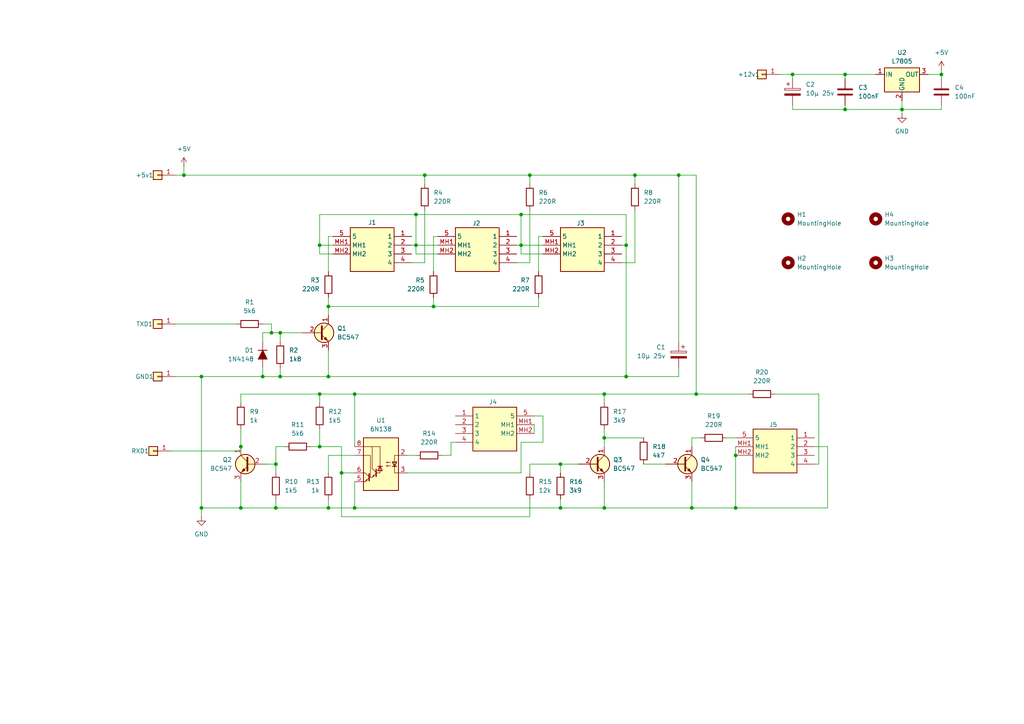
<source format=kicad_sch>
(kicad_sch (version 20250114) (generator "eeschema") (generator_version "9.0")
  (paper "A4")
  (lib_symbols
    (symbol "Connector_Generic:Conn_01x01" (pin_names (offset 1.016) (hide yes))
      (property "Reference" "J" (at 0 2.54 0))
      (property "Value" "Conn_01x01" (at 0 -2.54 0))
      (symbol "Conn_01x01_1_1"
        (rectangle (start -1.27 1.27) (end 1.27 -1.27) (stroke (width 0.254)) (fill (type background)))
        (rectangle (start -1.27 0.127) (end 0 -0.127) (stroke (width 0.1524)))
        (pin passive line (at -5.08 0 0) (length 3.81) (name "Pin_1") (number "1"))
      )
    )
    (symbol "Device:C" (pin_numbers (hide yes)) (pin_names (offset 0.254))
      (property "Reference" "C" (at 0.635 2.54 0))
      (property "Value" "C" (at 0.635 -2.54 0))
      (symbol "C_0_1"
        (polyline (pts (xy -2.032 0.762) (xy 2.032 0.762)) (stroke (width 0.508)))
        (polyline (pts (xy -2.032 -0.762) (xy 2.032 -0.762)) (stroke (width 0.508)))
      )
      (symbol "C_1_1"
        (pin passive line (at 0 3.81 270) (length 2.794) (name "~") (number "1"))
        (pin passive line (at 0 -3.81 90) (length 2.794) (name "~") (number "2"))
      )
    )
    (symbol "Device:C_Polarized" (pin_numbers (hide yes)) (pin_names (offset 0.254))
      (property "Reference" "C" (at 0.635 2.54 0))
      (property "Value" "C_Polarized" (at 0.635 -2.54 0))
      (symbol "C_Polarized_0_1"
        (rectangle (start -2.286 0.508) (end 2.286 1.016))
        (polyline (pts (xy -1.778 2.286) (xy -0.762 2.286)))
        (polyline (pts (xy -1.27 2.794) (xy -1.27 1.778)))
        (rectangle (start 2.286 -0.508) (end -2.286 -1.016) (fill (type outline)))
      )
      (symbol "C_Polarized_1_1"
        (pin passive line (at 0 3.81 270) (length 2.794) (name "~") (number "1"))
        (pin passive line (at 0 -3.81 90) (length 2.794) (name "~") (number "2"))
      )
    )
    (symbol "Device:R" (pin_numbers (hide yes)) (pin_names (offset 0))
      (property "Reference" "R" (at 2.032 0 90))
      (property "Value" "R" (at 0 0 90))
      (symbol "R_0_1"
        (rectangle (start -1.016 -2.54) (end 1.016 2.54) (stroke (width 0.254)))
      )
      (symbol "R_1_1"
        (pin passive line (at 0 3.81 270) (length 1.27) (name "~") (number "1"))
        (pin passive line (at 0 -3.81 90) (length 1.27) (name "~") (number "2"))
      )
    )
    (symbol "Isolator:6N138" (pin_names (offset 1.016) (hide yes))
      (property "Reference" "U" (at -4.064 8.89 0))
      (property "Value" "6N138" (at 2.286 8.89 0))
      (symbol "6N138_0_1"
        (rectangle (start -5.08 7.62) (end 5.08 -7.62) (stroke (width 0.254)) (fill (type background)))
        (polyline (pts (xy -5.08 -2.54) (xy -3.937 -2.54) (xy -3.937 2.54) (xy -5.08 2.54)))
        (polyline (pts (xy -4.572 -0.635) (xy -3.302 -0.635)) (stroke (width 0.254)))
        (polyline (pts (xy -3.937 -0.635) (xy -4.572 0.635) (xy -3.302 0.635) (xy -3.937 -0.635)) (stroke (width 0.254)))
        (polyline (pts (xy -2.794 0.508) (xy -1.524 0.508) (xy -1.905 0.381) (xy -1.905 0.635) (xy -1.524 0.508)))
        (polyline (pts (xy -2.794 -0.508) (xy -1.524 -0.508) (xy -1.905 -0.635) (xy -1.905 -0.381) (xy -1.524 -0.508)))
        (polyline (pts (xy 0.254 -0.635) (xy 0.889 -1.905) (xy -0.381 -1.905) (xy 0.254 -0.635)) (stroke (width 0.254)))
        (polyline (pts (xy 0.889 -0.635) (xy -0.381 -0.635)) (stroke (width 0.254)))
        (polyline (pts (xy 1.27 -2.54) (xy 0.254 -2.54) (xy 0.254 5.08) (xy 2.54 5.08)))
        (polyline (pts (xy 1.397 -1.524) (xy 1.397 -3.556) (xy 1.397 -3.556)) (stroke (width 0.3556)))
        (polyline (pts (xy 1.397 -2.413) (xy 2.54 -1.27)))
        (polyline (pts (xy 1.397 -2.667) (xy 2.54 -3.81)))
        (polyline (pts (xy 2.413 -3.683) (xy 2.159 -3.175) (xy 1.905 -3.429) (xy 2.413 -3.683)))
        (polyline (pts (xy 2.54 -1.27) (xy 2.54 5.08) (xy 5.08 5.08)))
        (polyline (pts (xy 2.54 -3.81) (xy 3.175 -3.81)))
        (polyline (pts (xy 3.429 -2.794) (xy 3.429 -4.826) (xy 3.429 -4.826)) (stroke (width 0.3556)))
        (polyline (pts (xy 3.429 -3.683) (xy 4.572 -2.54)))
        (polyline (pts (xy 3.429 -3.937) (xy 4.572 -5.08)))
        (polyline (pts (xy 4.445 -4.953) (xy 4.191 -4.445) (xy 3.937 -4.699) (xy 4.445 -4.953)))
        (polyline (pts (xy 4.572 -2.54) (xy 5.08 -2.54)))
        (polyline (pts (xy 4.572 -5.08) (xy 5.08 -5.08)))
        (polyline (pts (xy 5.08 2.54) (xy 3.048 2.54) (xy 3.048 -3.81)))
      )
      (symbol "6N138_1_1"
        (pin passive line (at -7.62 2.54 0) (length 2.54) (name "C1") (number "2"))
        (pin passive line (at -7.62 -2.54 0) (length 2.54) (name "C2") (number "3"))
        (pin no_connect line (at -5.08 5.08 0) (length 2.54) (hide yes) (name "NC") (number "1"))
        (pin no_connect line (at -5.08 -5.08 0) (length 2.54) (hide yes) (name "NC") (number "4"))
        (pin passive line (at 7.62 5.08 180) (length 2.54) (name "VCC") (number "8"))
        (pin passive line (at 7.62 2.54 180) (length 2.54) (name "VO1") (number "7"))
        (pin passive line (at 7.62 -2.54 180) (length 2.54) (name "VO2") (number "6"))
        (pin passive line (at 7.62 -5.08 180) (length 2.54) (name "GND") (number "5"))
      )
    )
    (symbol "KCDX-5S-N:KCDX-5S-N"
      (property "Reference" "J" (at 19.05 7.62 0))
      (property "Value" "KCDX-5S-N" (at 19.05 5.08 0))
      (symbol "KCDX-5S-N_1_1"
        (rectangle (start 5.08 2.54) (end 17.78 -10.16) (stroke (width 0.254)) (fill (type background)))
        (pin passive line (at 0 0 0) (length 5.08) (name "1") (number "1"))
        (pin passive line (at 0 -2.54 0) (length 5.08) (name "2") (number "2"))
        (pin passive line (at 0 -5.08 0) (length 5.08) (name "3") (number "3"))
        (pin passive line (at 0 -7.62 0) (length 5.08) (name "4") (number "4"))
        (pin passive line (at 22.86 0 180) (length 5.08) (name "5") (number "5"))
        (pin passive line (at 22.86 -2.54 180) (length 5.08) (name "MH1") (number "MH1"))
        (pin passive line (at 22.86 -5.08 180) (length 5.08) (name "MH2") (number "MH2"))
      )
    )
    (symbol "Mechanical:MountingHole" (pin_names (offset 1.016)) (in_bom no)
      (property "Reference" "H" (at 0 5.08 0))
      (property "Value" "MountingHole" (at 0 3.175 0))
      (symbol "MountingHole_0_1"
        (circle (center 0 0) (radius 1.27) (stroke (width 1.27)))
      )
    )
    (symbol "PCM_Diode_AKL:1N4148" (pin_numbers (hide yes)) (pin_names (offset 1.016) (hide yes))
      (property "Reference" "D" (at 0 5.08 0))
      (property "Value" "1N4148" (at 0 2.54 0))
      (symbol "1N4148_0_1"
        (polyline (pts (xy -1.27 1.27) (xy -1.27 -1.27) (xy 1.27 0) (xy -1.27 1.27)) (stroke (width 0.254)) (fill (type outline)))
        (polyline (pts (xy -1.27 0) (xy 1.27 0)))
        (polyline (pts (xy 1.27 1.27) (xy 1.27 -1.27)) (stroke (width 0.254)))
      )
      (symbol "1N4148_0_2"
        (polyline (pts (xy -2.54 -2.54) (xy 2.54 2.54)))
        (polyline (pts (xy -0.889 -0.889) (xy -1.778 0) (xy 0.889 0.889) (xy 0 -1.778) (xy -0.889 -0.889)) (stroke (width 0.254)) (fill (type outline)))
        (polyline (pts (xy 0 1.778) (xy 1.778 0)) (stroke (width 0.254)))
      )
      (symbol "1N4148_1_1"
        (pin passive line (at -3.81 0 0) (length 2.54) (name "A") (number "2"))
        (pin passive line (at 3.81 0 180) (length 2.54) (name "K") (number "1"))
      )
      (symbol "1N4148_1_2"
        (pin passive line (at -2.54 -2.54 0) (length 0) (name "A") (number "2"))
        (pin passive line (at 2.54 2.54 180) (length 0) (name "K") (number "1"))
      )
    )
    (symbol "PCM_Transistor_BJT_AKL:BC547" (pin_names (hide yes))
      (property "Reference" "Q" (at 5.08 1.27 0))
      (property "Value" "BC547" (at 5.08 -1.27 0))
      (symbol "BC547_0_1"
        (polyline (pts (xy 0.635 1.905) (xy 0.635 -1.905) (xy 0.635 -1.905)) (stroke (width 0.508)))
        (polyline (pts (xy 0.635 0.635) (xy 2.54 2.54)))
        (polyline (pts (xy 0.635 -0.635) (xy 2.54 -2.54) (xy 2.54 -2.54)))
        (circle (center 1.27 0) (radius 2.8194) (stroke (width 0.254)) (fill (type background)))
        (polyline (pts (xy 1.27 -1.778) (xy 1.778 -1.27) (xy 2.286 -2.286) (xy 1.27 -1.778) (xy 1.27 -1.778)) (fill (type outline)))
      )
      (symbol "BC547_1_1"
        (pin input line (at -5.08 0 0) (length 5.715) (name "B") (number "2"))
        (pin passive line (at 2.54 5.08 270) (length 2.54) (name "C") (number "1"))
        (pin passive line (at 2.54 -5.08 90) (length 2.54) (name "E") (number "3"))
      )
    )
    (symbol "Regulator_Linear:L7805" (pin_names (offset 0.254))
      (property "Reference" "U" (at -3.81 3.175 0))
      (property "Value" "L7805" (at 0 3.175 0))
      (symbol "L7805_0_1"
        (rectangle (start -5.08 1.905) (end 5.08 -5.08) (stroke (width 0.254)) (fill (type background)))
      )
      (symbol "L7805_1_1"
        (pin power_in line (at -7.62 0 0) (length 2.54) (name "IN") (number "1"))
        (pin power_in line (at 0 -7.62 90) (length 2.54) (name "GND") (number "2"))
        (pin power_out line (at 7.62 0 180) (length 2.54) (name "OUT") (number "3"))
      )
    )
    (symbol "power:+5V" (power) (pin_numbers (hide yes)) (pin_names (offset 0) (hide yes))
      (property "Value" "+5V" (at 0 3.556 0))
      (symbol "+5V_0_1"
        (polyline (pts (xy -0.762 1.27) (xy 0 2.54)))
        (polyline (pts (xy 0 2.54) (xy 0.762 1.27)))
        (polyline (pts (xy 0 0) (xy 0 2.54)))
      )
      (symbol "+5V_1_1"
        (pin power_in line (at 0 0 90) (length 0) (name "~") (number "1"))
      )
    )
    (symbol "power:GND" (power) (pin_numbers (hide yes)) (pin_names (offset 0) (hide yes))
      (property "Value" "GND" (at 0 -3.81 0))
      (symbol "GND_0_1"
        (polyline (pts (xy 0 0) (xy 0 -1.27) (xy 1.27 -1.27) (xy 0 -2.54) (xy -1.27 -1.27) (xy 0 -1.27)))
      )
      (symbol "GND_1_1"
        (pin power_in line (at 0 0 270) (length 0) (name "~") (number "1"))
      )
    )
  )
  (junction (at 181.61 109.22))
  (junction (at 153.67 50.8))
  (junction (at 125.73 88.9))
  (junction (at 120.65 62.23))
  (junction (at 120.65 71.12))
  (junction (at 175.26 114.3))
  (junction (at 184.15 50.8))
  (junction (at 58.42 109.22))
  (junction (at 81.28 96.52))
  (junction (at 81.28 109.22))
  (junction (at 92.71 114.3))
  (junction (at 151.13 71.12))
  (junction (at 213.36 132.08))
  (junction (at 69.85 147.32))
  (junction (at 261.62 31.75))
  (junction (at 213.36 147.32))
  (junction (at 196.85 50.8))
  (junction (at 95.25 109.22))
  (junction (at 175.26 127))
  (junction (at 99.06 137.16))
  (junction (at 95.25 147.32))
  (junction (at 200.66 147.32))
  (junction (at 95.25 88.9))
  (junction (at 92.71 71.12))
  (junction (at 102.87 147.32))
  (junction (at 53.34 50.8))
  (junction (at 78.74 96.52))
  (junction (at 273.05 21.59))
  (junction (at 175.26 147.32))
  (junction (at 245.11 31.75))
  (junction (at 229.87 21.59))
  (junction (at 151.13 62.23))
  (junction (at 58.42 147.32))
  (junction (at 162.56 134.62))
  (junction (at 76.2 109.22))
  (junction (at 201.93 114.3))
  (junction (at 181.61 71.12))
  (junction (at 162.56 147.32))
  (junction (at 80.01 134.62))
  (junction (at 123.19 50.8))
  (junction (at 69.85 129.54))
  (junction (at 102.87 114.3))
  (junction (at 92.71 129.54))
  (junction (at 80.01 147.32))
  (junction (at 245.11 21.59))
  (wire (pts (xy 151.13 137.16) (xy 151.13 128.27)))
  (wire (pts (xy 99.06 137.16) (xy 99.06 129.54)))
  (wire (pts (xy 80.01 144.78) (xy 80.01 147.32)))
  (wire (pts (xy 184.15 53.34) (xy 184.15 50.8)))
  (wire (pts (xy 213.36 129.54) (xy 213.36 132.08)))
  (wire (pts (xy 240.03 129.54) (xy 240.03 147.32)))
  (wire (pts (xy 184.15 60.96) (xy 184.15 76.2)))
  (wire (pts (xy 229.87 30.48) (xy 229.87 31.75)))
  (wire (pts (xy 102.87 147.32) (xy 95.25 147.32)))
  (wire (pts (xy 196.85 50.8) (xy 196.85 99.06)))
  (wire (pts (xy 81.28 109.22) (xy 76.2 109.22)))
  (wire (pts (xy 123.19 50.8) (xy 153.67 50.8)))
  (wire (pts (xy 245.11 30.48) (xy 245.11 31.75)))
  (wire (pts (xy 81.28 96.52) (xy 78.74 96.52)))
  (wire (pts (xy 95.25 144.78) (xy 95.25 147.32)))
  (wire (pts (xy 120.65 71.12) (xy 127 71.12)))
  (wire (pts (xy 102.87 114.3) (xy 175.26 114.3)))
  (wire (pts (xy 156.21 68.58) (xy 157.48 68.58)))
  (wire (pts (xy 273.05 30.48) (xy 273.05 31.75)))
  (wire (pts (xy 92.71 73.66) (xy 92.71 71.12)))
  (wire (pts (xy 95.25 109.22) (xy 181.61 109.22)))
  (wire (pts (xy 200.66 127) (xy 203.2 127)))
  (wire (pts (xy 127 73.66) (xy 120.65 73.66)))
  (wire (pts (xy 236.22 129.54) (xy 240.03 129.54)))
  (wire (pts (xy 236.22 134.62) (xy 237.49 134.62)))
  (wire (pts (xy 125.73 86.36) (xy 125.73 88.9)))
  (wire (pts (xy 76.2 96.52) (xy 76.2 99.06)))
  (wire (pts (xy 181.61 62.23) (xy 181.61 71.12)))
  (wire (pts (xy 261.62 31.75) (xy 273.05 31.75)))
  (wire (pts (xy 213.36 147.32) (xy 240.03 147.32)))
  (wire (pts (xy 128.27 132.08) (xy 130.81 132.08)))
  (wire (pts (xy 157.48 128.27) (xy 157.48 120.65)))
  (wire (pts (xy 180.34 76.2) (xy 184.15 76.2)))
  (wire (pts (xy 201.93 114.3) (xy 217.17 114.3)))
  (wire (pts (xy 69.85 130.81) (xy 49.53 130.81)))
  (wire (pts (xy 92.71 71.12) (xy 92.71 62.23)))
  (wire (pts (xy 237.49 134.62) (xy 237.49 114.3)))
  (wire (pts (xy 175.26 127) (xy 175.26 129.54)))
  (wire (pts (xy 81.28 96.52) (xy 81.28 99.06)))
  (wire (pts (xy 156.21 78.74) (xy 156.21 68.58)))
  (wire (pts (xy 102.87 139.7) (xy 102.87 147.32)))
  (wire (pts (xy 184.15 50.8) (xy 196.85 50.8)))
  (wire (pts (xy 92.71 129.54) (xy 90.17 129.54)))
  (wire (pts (xy 76.2 109.22) (xy 76.2 106.68)))
  (wire (pts (xy 149.86 76.2) (xy 153.67 76.2)))
  (wire (pts (xy 162.56 134.62) (xy 162.56 137.16)))
  (wire (pts (xy 80.01 134.62) (xy 80.01 137.16)))
  (wire (pts (xy 153.67 50.8) (xy 184.15 50.8)))
  (wire (pts (xy 92.71 62.23) (xy 120.65 62.23)))
  (wire (pts (xy 153.67 137.16) (xy 153.67 134.62)))
  (wire (pts (xy 181.61 109.22) (xy 196.85 109.22)))
  (wire (pts (xy 269.24 21.59) (xy 273.05 21.59)))
  (wire (pts (xy 120.65 71.12) (xy 120.65 73.66)))
  (wire (pts (xy 224.79 114.3) (xy 237.49 114.3)))
  (wire (pts (xy 99.06 129.54) (xy 92.71 129.54)))
  (wire (pts (xy 175.26 147.32) (xy 162.56 147.32)))
  (wire (pts (xy 95.25 101.6) (xy 95.25 109.22)))
  (wire (pts (xy 120.65 62.23) (xy 151.13 62.23)))
  (wire (pts (xy 154.94 120.65) (xy 157.48 120.65)))
  (wire (pts (xy 119.38 76.2) (xy 123.19 76.2)))
  (wire (pts (xy 92.71 71.12) (xy 96.52 71.12)))
  (wire (pts (xy 261.62 31.75) (xy 261.62 33.02)))
  (wire (pts (xy 125.73 88.9) (xy 156.21 88.9)))
  (wire (pts (xy 157.48 73.66) (xy 151.13 73.66)))
  (wire (pts (xy 78.74 96.52) (xy 76.2 96.52)))
  (wire (pts (xy 162.56 144.78) (xy 162.56 147.32)))
  (wire (pts (xy 77.47 134.62) (xy 80.01 134.62)))
  (wire (pts (xy 196.85 106.68) (xy 196.85 109.22)))
  (wire (pts (xy 58.42 147.32) (xy 58.42 149.86)))
  (wire (pts (xy 201.93 50.8) (xy 201.93 114.3)))
  (wire (pts (xy 95.25 132.08) (xy 95.25 137.16)))
  (wire (pts (xy 229.87 31.75) (xy 245.11 31.75)))
  (wire (pts (xy 213.36 132.08) (xy 213.36 147.32)))
  (wire (pts (xy 76.2 93.98) (xy 78.74 93.98)))
  (wire (pts (xy 50.8 93.98) (xy 68.58 93.98)))
  (wire (pts (xy 82.55 129.54) (xy 80.01 129.54)))
  (wire (pts (xy 156.21 86.36) (xy 156.21 88.9)))
  (wire (pts (xy 175.26 139.7) (xy 175.26 147.32)))
  (wire (pts (xy 123.19 50.8) (xy 123.19 53.34)))
  (wire (pts (xy 58.42 147.32) (xy 58.42 109.22)))
  (wire (pts (xy 229.87 22.86) (xy 229.87 21.59)))
  (wire (pts (xy 151.13 71.12) (xy 157.48 71.12)))
  (wire (pts (xy 69.85 147.32) (xy 58.42 147.32)))
  (wire (pts (xy 153.67 144.78) (xy 153.67 149.86)))
  (wire (pts (xy 261.62 29.21) (xy 261.62 31.75)))
  (wire (pts (xy 99.06 149.86) (xy 99.06 137.16)))
  (wire (pts (xy 102.87 114.3) (xy 102.87 129.54)))
  (wire (pts (xy 151.13 71.12) (xy 151.13 62.23)))
  (wire (pts (xy 201.93 50.8) (xy 196.85 50.8)))
  (wire (pts (xy 125.73 78.74) (xy 125.73 68.58)))
  (wire (pts (xy 210.82 127) (xy 213.36 127)))
  (wire (pts (xy 102.87 137.16) (xy 99.06 137.16)))
  (wire (pts (xy 78.74 96.52) (xy 78.74 93.98)))
  (wire (pts (xy 149.86 71.12) (xy 151.13 71.12)))
  (wire (pts (xy 95.25 78.74) (xy 95.25 68.58)))
  (wire (pts (xy 153.67 50.8) (xy 153.67 53.34)))
  (wire (pts (xy 186.69 134.62) (xy 193.04 134.62)))
  (wire (pts (xy 175.26 127) (xy 186.69 127)))
  (wire (pts (xy 69.85 147.32) (xy 69.85 139.7)))
  (wire (pts (xy 154.94 123.19) (xy 154.94 125.73)))
  (wire (pts (xy 245.11 21.59) (xy 254 21.59)))
  (wire (pts (xy 120.65 71.12) (xy 120.65 62.23)))
  (wire (pts (xy 96.52 73.66) (xy 92.71 73.66)))
  (wire (pts (xy 92.71 114.3) (xy 92.71 116.84)))
  (wire (pts (xy 95.25 147.32) (xy 80.01 147.32)))
  (wire (pts (xy 69.85 114.3) (xy 92.71 114.3)))
  (wire (pts (xy 95.25 68.58) (xy 96.52 68.58)))
  (wire (pts (xy 125.73 68.58) (xy 127 68.58)))
  (wire (pts (xy 95.25 109.22) (xy 81.28 109.22)))
  (wire (pts (xy 50.8 50.8) (xy 53.34 50.8)))
  (wire (pts (xy 130.81 132.08) (xy 130.81 128.27)))
  (wire (pts (xy 181.61 71.12) (xy 181.61 109.22)))
  (wire (pts (xy 153.67 60.96) (xy 153.67 76.2)))
  (wire (pts (xy 200.66 139.7) (xy 200.66 147.32)))
  (wire (pts (xy 80.01 147.32) (xy 69.85 147.32)))
  (wire (pts (xy 95.25 86.36) (xy 95.25 88.9)))
  (wire (pts (xy 81.28 106.68) (xy 81.28 109.22)))
  (wire (pts (xy 151.13 62.23) (xy 181.61 62.23)))
  (wire (pts (xy 87.63 96.52) (xy 81.28 96.52)))
  (wire (pts (xy 226.06 21.59) (xy 229.87 21.59)))
  (wire (pts (xy 69.85 124.46) (xy 69.85 129.54)))
  (wire (pts (xy 58.42 109.22) (xy 76.2 109.22)))
  (wire (pts (xy 175.26 124.46) (xy 175.26 127)))
  (wire (pts (xy 69.85 130.81) (xy 69.85 129.54)))
  (wire (pts (xy 53.34 48.26) (xy 53.34 50.8)))
  (wire (pts (xy 119.38 71.12) (xy 120.65 71.12)))
  (wire (pts (xy 118.11 132.08) (xy 120.65 132.08)))
  (wire (pts (xy 200.66 129.54) (xy 200.66 127)))
  (wire (pts (xy 245.11 21.59) (xy 245.11 22.86)))
  (wire (pts (xy 153.67 149.86) (xy 99.06 149.86)))
  (wire (pts (xy 50.8 109.22) (xy 58.42 109.22)))
  (wire (pts (xy 95.25 88.9) (xy 95.25 91.44)))
  (wire (pts (xy 200.66 147.32) (xy 175.26 147.32)))
  (wire (pts (xy 151.13 128.27) (xy 157.48 128.27)))
  (wire (pts (xy 162.56 134.62) (xy 167.64 134.62)))
  (wire (pts (xy 53.34 50.8) (xy 123.19 50.8)))
  (wire (pts (xy 200.66 147.32) (xy 213.36 147.32)))
  (wire (pts (xy 102.87 132.08) (xy 95.25 132.08)))
  (wire (pts (xy 229.87 21.59) (xy 245.11 21.59)))
  (wire (pts (xy 273.05 21.59) (xy 273.05 22.86)))
  (wire (pts (xy 95.25 88.9) (xy 125.73 88.9)))
  (wire (pts (xy 130.81 128.27) (xy 132.08 128.27)))
  (wire (pts (xy 80.01 129.54) (xy 80.01 134.62)))
  (wire (pts (xy 153.67 134.62) (xy 162.56 134.62)))
  (wire (pts (xy 118.11 137.16) (xy 151.13 137.16)))
  (wire (pts (xy 180.34 71.12) (xy 181.61 71.12)))
  (wire (pts (xy 162.56 147.32) (xy 102.87 147.32)))
  (wire (pts (xy 175.26 114.3) (xy 175.26 116.84)))
  (wire (pts (xy 273.05 20.32) (xy 273.05 21.59)))
  (wire (pts (xy 92.71 114.3) (xy 102.87 114.3)))
  (wire (pts (xy 69.85 114.3) (xy 69.85 116.84)))
  (wire (pts (xy 151.13 73.66) (xy 151.13 71.12)))
  (wire (pts (xy 123.19 60.96) (xy 123.19 76.2)))
  (wire (pts (xy 245.11 31.75) (xy 261.62 31.75)))
  (wire (pts (xy 175.26 114.3) (xy 201.93 114.3)))
  (wire (pts (xy 92.71 124.46) (xy 92.71 129.54)))
  (symbol (lib_id "PCM_Diode_AKL:1N4148") (at 76.2 102.87 90) (unit 1)
    (property "Reference" "D1" (at 73.66 101.5999 90) (effects (justify left)))
    (property "Value" "1N4148" (at 73.66 104.1399 90) (effects (justify left)))
    (property "Footprint" "Diode_THT:D_DO-35_SOD27_P10.16mm_Horizontal" (effects (hide yes)))
    (property "Datasheet" "https://datasheet.octopart.com/1N4148TR-ON-Semiconductor-datasheet-42765246.pdf" (effects (hide yes)))
    (property "Description" "DO-35 Diode, Small Signal, Fast Switching, 75V, 150mA, 4ns, Alternate KiCad Library" (effects (hide yes)))
  )
  (symbol (lib_id "Device:R") (at 69.85 120.65 0) (unit 1)
    (property "Reference" "R9" (at 72.39 119.3799 0) (effects (justify left)))
    (property "Value" "1k" (at 72.39 121.9199 0) (effects (justify left)))
    (property "Footprint" "PCM_Resistor_THT_AKL:R_Axial_DIN0207_L6.3mm_D2.5mm_P10.16mm_Horizontal" (effects (hide yes)))
    (property "Description" "Resistor" (effects (hide yes)))
  )
  (symbol (lib_id "KCDX-5S-N:KCDX-5S-N") (at 180.34 68.58 0) (mirror y) (unit 1)
    (property "Reference" "J3" (at 168.402 64.77 0))
    (property "Value" "DIN-5_180degree" (effects (hide yes)))
    (property "Footprint" "KCDX-5S-N:KCDX5SN" (effects (hide yes)))
    (property "Datasheet" "http://www.kycon.com/Pub_Eng_Draw/KCDX-5S-N.pdf" (effects (hide yes)))
    (property "Description" "Circular DIN Connectors 5P R/A PCB NON SHLD 10mm CIRC DIN RECPT" (effects (hide yes)))
    (property "Height" "19.5" (effects (hide yes)))
    (property "Mouser Part Number" "806-KCDX-5S-N" (effects (hide yes)))
    (property "Mouser Price/Stock" "https://www.mouser.co.uk/ProductDetail/Kycon/KCDX-5S-N?qs=uMQTibCNu0QKDGeRAj6hLg%3D%3D" (effects (hide yes)))
    (property "Manufacturer_Name" "Kycon" (effects (hide yes)))
    (property "Manufacturer_Part_Number" "KCDX-5S-N" (effects (hide yes)))
  )
  (symbol (lib_id "Device:R") (at 184.15 57.15 0) (unit 1)
    (property "Reference" "R8" (at 186.69 55.8799 0) (effects (justify left)))
    (property "Value" "220R" (at 186.69 58.4199 0) (effects (justify left)))
    (property "Footprint" "PCM_Resistor_THT_AKL:R_Axial_DIN0207_L6.3mm_D2.5mm_P10.16mm_Horizontal" (effects (hide yes)))
    (property "Description" "Resistor" (effects (hide yes)))
  )
  (symbol (lib_id "Device:R") (at 92.71 120.65 180) (unit 1)
    (property "Reference" "R12" (at 95.25 119.3799 0) (effects (justify right)))
    (property "Value" "1k5" (at 95.25 121.9199 0) (effects (justify right)))
    (property "Footprint" "PCM_Resistor_THT_AKL:R_Axial_DIN0207_L6.3mm_D2.5mm_P10.16mm_Horizontal" (effects (hide yes)))
    (property "Description" "Resistor" (effects (hide yes)))
  )
  (symbol (lib_id "Mechanical:MountingHole") (at 228.6 76.2 0) (unit 1) (in_bom no)
    (property "Reference" "H2" (at 231.14 74.9299 0) (effects (justify left)))
    (property "Value" "MountingHole" (at 231.14 77.4699 0) (effects (justify left)))
    (property "Footprint" "MountingHole:MountingHole_3.2mm_M3" (effects (hide yes)))
    (property "Description" "Mounting Hole without connection" (effects (hide yes)))
  )
  (symbol (lib_id "Device:C") (at 273.05 26.67 0) (unit 1)
    (property "Reference" "C4" (at 276.86 25.3999 0) (effects (justify left)))
    (property "Value" "100nF" (at 276.86 27.9399 0) (effects (justify left)))
    (property "Footprint" "Capacitor_THT:C_Rect_L4.0mm_W2.5mm_P2.50mm" (effects (hide yes)))
    (property "Description" "Unpolarized capacitor" (effects (hide yes)))
  )
  (symbol (lib_id "PCM_Transistor_BJT_AKL:BC547") (at 172.72 134.62 0) (unit 1)
    (property "Reference" "Q3" (at 177.8 133.3499 0) (effects (justify left)))
    (property "Value" "BC547" (at 177.8 135.8899 0) (effects (justify left)))
    (property "Footprint" "PCM_Package_TO_SOT_THT_AKL:TO-92_Inline_Wide_CBE" (effects (hide yes)))
    (property "Datasheet" "https://www.tme.eu/Document/6c5d898a533a0762c2bc33eb26c283a8/BC546-550-DTE.pdf" (effects (hide yes)))
    (property "Description" "NPN TO-92 transistor, 45V, 100mA, 500mW, Complementary to BC557, Alternate KiCAD Library" (effects (hide yes)))
  )
  (symbol (lib_id "Device:R") (at 153.67 57.15 0) (unit 1)
    (property "Reference" "R6" (at 156.21 55.8799 0) (effects (justify left)))
    (property "Value" "220R" (at 156.21 58.4199 0) (effects (justify left)))
    (property "Footprint" "PCM_Resistor_THT_AKL:R_Axial_DIN0207_L6.3mm_D2.5mm_P10.16mm_Horizontal" (effects (hide yes)))
    (property "Description" "Resistor" (effects (hide yes)))
  )
  (symbol (lib_id "power:GND") (at 261.62 33.02 0) (unit 1)
    (property "Reference" "#PWR04" (effects (hide yes)))
    (property "Value" "GND" (at 261.62 38.1 0))
    (property "Description" "Power symbol creates a global label with name \"GND\" , ground" (effects (hide yes)))
  )
  (symbol (lib_id "Device:R") (at 123.19 57.15 0) (unit 1)
    (property "Reference" "R4" (at 125.73 55.8799 0) (effects (justify left)))
    (property "Value" "220R" (at 125.73 58.4199 0) (effects (justify left)))
    (property "Footprint" "PCM_Resistor_THT_AKL:R_Axial_DIN0207_L6.3mm_D2.5mm_P10.16mm_Horizontal" (effects (hide yes)))
    (property "Description" "Resistor" (effects (hide yes)))
  )
  (symbol (lib_id "Mechanical:MountingHole") (at 254 63.5 0) (unit 1) (in_bom no)
    (property "Reference" "H4" (at 256.54 62.2299 0) (effects (justify left)))
    (property "Value" "MountingHole" (at 256.54 64.7699 0) (effects (justify left)))
    (property "Footprint" "MountingHole:MountingHole_3.2mm_M3" (effects (hide yes)))
    (property "Description" "Mounting Hole without connection" (effects (hide yes)))
  )
  (symbol (lib_id "Device:R") (at 81.28 102.87 0) (unit 1)
    (property "Reference" "R2" (at 83.82 101.5999 0) (effects (justify left)))
    (property "Value" "1k8" (at 83.82 104.1399 0) (effects (justify left)))
    (property "Footprint" "PCM_Resistor_THT_AKL:R_Axial_DIN0207_L6.3mm_D2.5mm_P10.16mm_Horizontal" (effects (hide yes)))
    (property "Description" "Resistor" (effects (hide yes)))
  )
  (symbol (lib_id "Connector_Generic:Conn_01x01") (at 45.72 109.22 0) (mirror y) (unit 1)
    (property "Reference" "GND1" (at 41.91 109.22 0))
    (property "Value" "Conn_01x01" (effects (hide yes)))
    (property "Footprint" "Connector_Wire:SolderWire-1.5sqmm_1x01_D1.7mm_OD3.9mm" (effects (hide yes)))
    (property "Description" "Generic connector, single row, 01x01, script generated (kicad-library-utils/schlib/autogen/connector/)" (effects (hide yes)))
  )
  (symbol (lib_id "Device:R") (at 186.69 130.81 0) (unit 1)
    (property "Reference" "R18" (at 189.23 129.5399 0) (effects (justify left)))
    (property "Value" "4k7" (at 189.23 132.0799 0) (effects (justify left)))
    (property "Footprint" "PCM_Resistor_THT_AKL:R_Axial_DIN0207_L6.3mm_D2.5mm_P10.16mm_Horizontal" (effects (hide yes)))
    (property "Description" "Resistor" (effects (hide yes)))
  )
  (symbol (lib_id "Device:R") (at 86.36 129.54 90) (unit 1)
    (property "Reference" "R11" (at 86.36 123.19 90))
    (property "Value" "5k6" (at 86.36 125.73 90))
    (property "Footprint" "PCM_Resistor_THT_AKL:R_Axial_DIN0207_L6.3mm_D2.5mm_P10.16mm_Horizontal" (effects (hide yes)))
    (property "Description" "Resistor" (effects (hide yes)))
  )
  (symbol (lib_id "Mechanical:MountingHole") (at 228.6 63.5 0) (unit 1) (in_bom no)
    (property "Reference" "H1" (at 231.14 62.2299 0) (effects (justify left)))
    (property "Value" "MountingHole" (at 231.14 64.7699 0) (effects (justify left)))
    (property "Footprint" "MountingHole:MountingHole_3.2mm_M3" (effects (hide yes)))
    (property "Description" "Mounting Hole without connection" (effects (hide yes)))
  )
  (symbol (lib_id "Device:R") (at 72.39 93.98 270) (unit 1)
    (property "Reference" "R1" (at 72.39 87.63 90))
    (property "Value" "5k6" (at 72.39 90.17 90))
    (property "Footprint" "PCM_Resistor_THT_AKL:R_Axial_DIN0207_L6.3mm_D2.5mm_P10.16mm_Horizontal" (effects (hide yes)))
    (property "Description" "Resistor" (effects (hide yes)))
  )
  (symbol (lib_id "Connector_Generic:Conn_01x01") (at 45.72 93.98 0) (mirror y) (unit 1)
    (property "Reference" "TXD1" (at 41.91 93.98 0))
    (property "Value" "Conn_01x01" (effects (hide yes)))
    (property "Footprint" "Connector_Wire:SolderWire-1.5sqmm_1x01_D1.7mm_OD3.9mm" (effects (hide yes)))
    (property "Description" "Generic connector, single row, 01x01, script generated (kicad-library-utils/schlib/autogen/connector/)" (effects (hide yes)))
  )
  (symbol (lib_id "Device:R") (at 207.01 127 90) (unit 1)
    (property "Reference" "R19" (at 207.01 120.65 90))
    (property "Value" "220R" (at 207.01 123.19 90))
    (property "Footprint" "PCM_Resistor_THT_AKL:R_Axial_DIN0207_L6.3mm_D2.5mm_P10.16mm_Horizontal" (effects (hide yes)))
    (property "Description" "Resistor" (effects (hide yes)))
  )
  (symbol (lib_id "Device:R") (at 220.98 114.3 90) (unit 1)
    (property "Reference" "R20" (at 220.98 107.95 90))
    (property "Value" "220R" (at 220.98 110.49 90))
    (property "Footprint" "PCM_Resistor_THT_AKL:R_Axial_DIN0207_L6.3mm_D2.5mm_P10.16mm_Horizontal" (effects (hide yes)))
    (property "Description" "Resistor" (effects (hide yes)))
  )
  (symbol (lib_id "PCM_Transistor_BJT_AKL:BC547") (at 198.12 134.62 0) (unit 1)
    (property "Reference" "Q4" (at 203.2 133.3499 0) (effects (justify left)))
    (property "Value" "BC547" (at 203.2 135.8899 0) (effects (justify left)))
    (property "Footprint" "PCM_Package_TO_SOT_THT_AKL:TO-92_Inline_Wide_CBE" (effects (hide yes)))
    (property "Datasheet" "https://www.tme.eu/Document/6c5d898a533a0762c2bc33eb26c283a8/BC546-550-DTE.pdf" (effects (hide yes)))
    (property "Description" "NPN TO-92 transistor, 45V, 100mA, 500mW, Complementary to BC557, Alternate KiCAD Library" (effects (hide yes)))
  )
  (symbol (lib_id "KCDX-5S-N:KCDX-5S-N") (at 132.08 120.65 0) (unit 1)
    (property "Reference" "J4" (at 143.002 116.586 0))
    (property "Value" "DIN-5_180degree" (effects (hide yes)))
    (property "Footprint" "KCDX-5S-N:KCDX5SN" (effects (hide yes)))
    (property "Datasheet" "http://www.kycon.com/Pub_Eng_Draw/KCDX-5S-N.pdf" (effects (hide yes)))
    (property "Description" "Circular DIN Connectors 5P R/A PCB NON SHLD 10mm CIRC DIN RECPT" (effects (hide yes)))
  )
  (symbol (lib_id "Connector_Generic:Conn_01x01") (at 45.72 50.8 0) (mirror y) (unit 1)
    (property "Reference" "+5v1" (at 41.91 50.8 0))
    (property "Value" "Conn_01x01" (effects (hide yes)))
    (property "Footprint" "Connector_Wire:SolderWire-1.5sqmm_1x01_D1.7mm_OD3.9mm" (effects (hide yes)))
    (property "Description" "Generic connector, single row, 01x01, script generated (kicad-library-utils/schlib/autogen/connector/)" (effects (hide yes)))
  )
  (symbol (lib_id "power:+5V") (at 273.05 20.32 0) (unit 1)
    (property "Reference" "#PWR02" (effects (hide yes)))
    (property "Value" "+5V" (at 273.05 15.24 0))
    (property "Description" "Power symbol creates a global label with name \"+5V\"" (effects (hide yes)))
  )
  (symbol (lib_id "Device:R") (at 156.21 82.55 0) (mirror y) (unit 1)
    (property "Reference" "R7" (at 153.67 81.2799 0) (effects (justify left)))
    (property "Value" "220R" (at 153.67 83.8199 0) (effects (justify left)))
    (property "Footprint" "PCM_Resistor_THT_AKL:R_Axial_DIN0207_L6.3mm_D2.5mm_P10.16mm_Horizontal" (effects (hide yes)))
    (property "Description" "Resistor" (effects (hide yes)))
  )
  (symbol (lib_id "Device:R") (at 162.56 140.97 0) (unit 1)
    (property "Reference" "R16" (at 165.1 139.6999 0) (effects (justify left)))
    (property "Value" "3k9" (at 165.1 142.2399 0) (effects (justify left)))
    (property "Footprint" "PCM_Resistor_THT_AKL:R_Axial_DIN0207_L6.3mm_D2.5mm_P10.16mm_Horizontal" (effects (hide yes)))
    (property "Description" "Resistor" (effects (hide yes)))
  )
  (symbol (lib_id "Device:C") (at 245.11 26.67 0) (unit 1)
    (property "Reference" "C3" (at 248.92 25.3999 0) (effects (justify left)))
    (property "Value" "100nF" (at 248.92 27.9399 0) (effects (justify left)))
    (property "Footprint" "Capacitor_THT:C_Rect_L4.0mm_W2.5mm_P2.50mm" (effects (hide yes)))
    (property "Description" "Unpolarized capacitor" (effects (hide yes)))
  )
  (symbol (lib_id "Isolator:6N138") (at 110.49 134.62 0) (mirror y) (unit 1)
    (property "Reference" "U1" (at 110.49 121.92 0))
    (property "Value" "6N138" (at 110.49 124.46 0))
    (property "Footprint" "PCM_Package_DIP_AKL:DIP-8_W7.62mm_Socket" (effects (hide yes)))
    (property "Datasheet" "http://www.onsemi.com/pub/Collateral/HCPL2731-D.pdf" (effects (hide yes)))
    (property "Description" "Low Input Current high Gain Split Darlington Optocouplers, -0.5V to 7V VDD, DIP-8" (effects (hide yes)))
  )
  (symbol (lib_id "Regulator_Linear:L7805") (at 261.62 21.59 0) (unit 1)
    (property "Reference" "U2" (at 261.62 15.24 0))
    (property "Value" "L7805" (at 261.62 17.78 0))
    (property "Footprint" "Package_TO_SOT_THT:TO-220-3_Vertical" (effects (hide yes)))
    (property "Datasheet" "http://www.st.com/content/ccc/resource/technical/document/datasheet/41/4f/b3/b0/12/d4/47/88/CD00000444.pdf/files/CD00000444.pdf/jcr:content/translations/en.CD00000444.pdf" (effects (hide yes)))
    (property "Description" "Positive 1.5A 35V Linear Regulator, Fixed Output 5V, TO-220/TO-263/TO-252" (effects (hide yes)))
  )
  (symbol (lib_id "Mechanical:MountingHole") (at 254 76.2 0) (unit 1) (in_bom no)
    (property "Reference" "H3" (at 256.54 74.9299 0) (effects (justify left)))
    (property "Value" "MountingHole" (at 256.54 77.4699 0) (effects (justify left)))
    (property "Footprint" "MountingHole:MountingHole_3.2mm_M3" (effects (hide yes)))
    (property "Description" "Mounting Hole without connection" (effects (hide yes)))
  )
  (symbol (lib_id "Device:R") (at 80.01 140.97 0) (unit 1)
    (property "Reference" "R10" (at 82.55 139.6999 0) (effects (justify left)))
    (property "Value" "1k5" (at 82.55 142.2399 0) (effects (justify left)))
    (property "Footprint" "PCM_Resistor_THT_AKL:R_Axial_DIN0207_L6.3mm_D2.5mm_P10.16mm_Horizontal" (effects (hide yes)))
    (property "Description" "Resistor" (effects (hide yes)))
  )
  (symbol (lib_id "KCDX-5S-N:KCDX-5S-N") (at 236.22 127 0) (mirror y) (unit 1)
    (property "Reference" "J5" (at 224.282 123.19 0))
    (property "Value" "DIN-5_180degree" (effects (hide yes)))
    (property "Footprint" "KCDX-5S-N:KCDX5SN" (effects (hide yes)))
    (property "Datasheet" "http://www.kycon.com/Pub_Eng_Draw/KCDX-5S-N.pdf" (effects (hide yes)))
    (property "Description" "Circular DIN Connectors 5P R/A PCB NON SHLD 10mm CIRC DIN RECPT" (effects (hide yes)))
  )
  (symbol (lib_id "Device:C_Polarized") (at 229.87 26.67 0) (unit 1)
    (property "Reference" "C2" (at 233.68 24.5109 0) (effects (justify left)))
    (property "Value" "10µ 25v" (at 233.68 27.0509 0) (effects (justify left)))
    (property "Footprint" "Capacitor_THT:CP_Radial_D5.0mm_P2.00mm" (effects (hide yes)))
    (property "Description" "Polarized capacitor" (effects (hide yes)))
  )
  (symbol (lib_id "PCM_Transistor_BJT_AKL:BC547") (at 72.39 134.62 0) (mirror y) (unit 1)
    (property "Reference" "Q2" (at 67.31 133.3499 0) (effects (justify left)))
    (property "Value" "BC547" (at 67.31 135.8899 0) (effects (justify left)))
    (property "Footprint" "PCM_Package_TO_SOT_THT_AKL:TO-92_Inline_Wide_CBE" (effects (hide yes)))
    (property "Datasheet" "https://www.tme.eu/Document/6c5d898a533a0762c2bc33eb26c283a8/BC546-550-DTE.pdf" (effects (hide yes)))
    (property "Description" "NPN TO-92 transistor, 45V, 100mA, 500mW, Complementary to BC557, Alternate KiCAD Library" (effects (hide yes)))
  )
  (symbol (lib_id "Device:R") (at 175.26 120.65 0) (unit 1)
    (property "Reference" "R17" (at 177.8 119.3799 0) (effects (justify left)))
    (property "Value" "3k9" (at 177.8 121.9199 0) (effects (justify left)))
    (property "Footprint" "PCM_Resistor_THT_AKL:R_Axial_DIN0207_L6.3mm_D2.5mm_P10.16mm_Horizontal" (effects (hide yes)))
    (property "Description" "Resistor" (effects (hide yes)))
  )
  (symbol (lib_id "KCDX-5S-N:KCDX-5S-N") (at 119.38 68.58 0) (mirror y) (unit 1)
    (property "Reference" "J1" (at 107.95 64.516 0))
    (property "Value" "DIN-5_180degree" (effects (hide yes)))
    (property "Footprint" "KCDX-5S-N:KCDX5SN" (effects (hide yes)))
    (property "Datasheet" "http://www.kycon.com/Pub_Eng_Draw/KCDX-5S-N.pdf" (effects (hide yes)))
    (property "Description" "Circular DIN Connectors 5P R/A PCB NON SHLD 10mm CIRC DIN RECPT" (effects (hide yes)))
    (property "Height" "19.5" (effects (hide yes)))
    (property "Mouser Part Number" "806-KCDX-5S-N" (effects (hide yes)))
    (property "Mouser Price/Stock" "https://www.mouser.co.uk/ProductDetail/Kycon/KCDX-5S-N?qs=uMQTibCNu0QKDGeRAj6hLg%3D%3D" (effects (hide yes)))
    (property "Manufacturer_Name" "Kycon" (effects (hide yes)))
    (property "Manufacturer_Part_Number" "KCDX-5S-N" (effects (hide yes)))
  )
  (symbol (lib_id "Device:R") (at 95.25 140.97 0) (mirror y) (unit 1)
    (property "Reference" "R13" (at 92.71 139.6999 0) (effects (justify left)))
    (property "Value" "1k" (at 92.71 142.2399 0) (effects (justify left)))
    (property "Footprint" "PCM_Resistor_THT_AKL:R_Axial_DIN0207_L6.3mm_D2.5mm_P10.16mm_Horizontal" (effects (hide yes)))
    (property "Description" "Resistor" (effects (hide yes)))
  )
  (symbol (lib_id "Connector_Generic:Conn_01x01") (at 44.45 130.81 0) (mirror y) (unit 1)
    (property "Reference" "RXD1" (at 40.64 130.81 0))
    (property "Value" "Conn_01x01" (effects (hide yes)))
    (property "Footprint" "Connector_Wire:SolderWire-1.5sqmm_1x01_D1.7mm_OD3.9mm" (effects (hide yes)))
    (property "Description" "Generic connector, single row, 01x01, script generated (kicad-library-utils/schlib/autogen/connector/)" (effects (hide yes)))
  )
  (symbol (lib_id "Device:R") (at 153.67 140.97 0) (unit 1)
    (property "Reference" "R15" (at 156.21 139.6999 0) (effects (justify left)))
    (property "Value" "12k" (at 156.21 142.2399 0) (effects (justify left)))
    (property "Footprint" "PCM_Resistor_THT_AKL:R_Axial_DIN0207_L6.3mm_D2.5mm_P10.16mm_Horizontal" (effects (hide yes)))
    (property "Description" "Resistor" (effects (hide yes)))
  )
  (symbol (lib_id "Device:R") (at 95.25 82.55 0) (mirror y) (unit 1)
    (property "Reference" "R3" (at 92.71 81.2799 0) (effects (justify left)))
    (property "Value" "220R" (at 92.71 83.8199 0) (effects (justify left)))
    (property "Footprint" "PCM_Resistor_THT_AKL:R_Axial_DIN0207_L6.3mm_D2.5mm_P10.16mm_Horizontal" (effects (hide yes)))
    (property "Description" "Resistor" (effects (hide yes)))
  )
  (symbol (lib_id "power:+5V") (at 53.34 48.26 0) (unit 1)
    (property "Reference" "#PWR03" (effects (hide yes)))
    (property "Value" "+5V" (at 53.34 43.18 0))
    (property "Description" "Power symbol creates a global label with name \"+5V\"" (effects (hide yes)))
  )
  (symbol (lib_id "power:GND") (at 58.42 149.86 0) (unit 1)
    (property "Reference" "#PWR01" (effects (hide yes)))
    (property "Value" "GND" (at 58.42 154.94 0))
    (property "Description" "Power symbol creates a global label with name \"GND\" , ground" (effects (hide yes)))
  )
  (symbol (lib_id "Device:R") (at 124.46 132.08 90) (unit 1)
    (property "Reference" "R14" (at 124.46 125.73 90))
    (property "Value" "220R" (at 124.46 128.27 90))
    (property "Footprint" "PCM_Resistor_THT_AKL:R_Axial_DIN0207_L6.3mm_D2.5mm_P10.16mm_Horizontal" (effects (hide yes)))
    (property "Description" "Resistor" (effects (hide yes)))
  )
  (symbol (lib_id "Device:C_Polarized") (at 196.85 102.87 0) (mirror y) (unit 1)
    (property "Reference" "C1" (at 193.04 100.7109 0) (effects (justify left)))
    (property "Value" "10µ 25v" (at 193.04 103.2509 0) (effects (justify left)))
    (property "Footprint" "Capacitor_THT:CP_Radial_D5.0mm_P2.00mm" (effects (hide yes)))
    (property "Description" "Polarized capacitor" (effects (hide yes)))
  )
  (symbol (lib_id "KCDX-5S-N:KCDX-5S-N") (at 149.86 68.58 0) (mirror y) (unit 1)
    (property "Reference" "J2" (at 138.176 64.77 0))
    (property "Value" "DIN-5_180degree" (effects (hide yes)))
    (property "Footprint" "KCDX-5S-N:KCDX5SN" (effects (hide yes)))
    (property "Datasheet" "http://www.kycon.com/Pub_Eng_Draw/KCDX-5S-N.pdf" (effects (hide yes)))
    (property "Description" "Circular DIN Connectors 5P R/A PCB NON SHLD 10mm CIRC DIN RECPT" (effects (hide yes)))
    (property "Height" "19.5" (effects (hide yes)))
    (property "Mouser Part Number" "806-KCDX-5S-N" (effects (hide yes)))
    (property "Mouser Price/Stock" "https://www.mouser.co.uk/ProductDetail/Kycon/KCDX-5S-N?qs=uMQTibCNu0QKDGeRAj6hLg%3D%3D" (effects (hide yes)))
    (property "Manufacturer_Name" "Kycon" (effects (hide yes)))
    (property "Manufacturer_Part_Number" "KCDX-5S-N" (effects (hide yes)))
  )
  (symbol (lib_id "Device:R") (at 125.73 82.55 0) (mirror y) (unit 1)
    (property "Reference" "R5" (at 123.19 81.2799 0) (effects (justify left)))
    (property "Value" "220R" (at 123.19 83.8199 0) (effects (justify left)))
    (property "Footprint" "PCM_Resistor_THT_AKL:R_Axial_DIN0207_L6.3mm_D2.5mm_P10.16mm_Horizontal" (effects (hide yes)))
    (property "Description" "Resistor" (effects (hide yes)))
  )
  (symbol (lib_id "Connector_Generic:Conn_01x01") (at 220.98 21.59 0) (mirror y) (unit 1)
    (property "Reference" "+12v1" (at 217.17 21.59 0))
    (property "Value" "Conn_01x01" (effects (hide yes)))
    (property "Footprint" "Connector_Wire:SolderWire-1.5sqmm_1x01_D1.7mm_OD3.9mm" (effects (hide yes)))
    (property "Description" "Generic connector, single row, 01x01, script generated (kicad-library-utils/schlib/autogen/connector/)" (effects (hide yes)))
  )
  (symbol (lib_id "PCM_Transistor_BJT_AKL:BC547") (at 92.71 96.52 0) (unit 1)
    (property "Reference" "Q1" (at 97.79 95.2499 0) (effects (justify left)))
    (property "Value" "BC547" (at 97.79 97.7899 0) (effects (justify left)))
    (property "Footprint" "PCM_Package_TO_SOT_THT_AKL:TO-92_Inline_Wide_CBE" (effects (hide yes)))
    (property "Datasheet" "https://www.tme.eu/Document/6c5d898a533a0762c2bc33eb26c283a8/BC546-550-DTE.pdf" (effects (hide yes)))
    (property "Description" "NPN TO-92 transistor, 45V, 100mA, 500mW, Complementary to BC557, Alternate KiCAD Library" (effects (hide yes)))
  )
)
</source>
